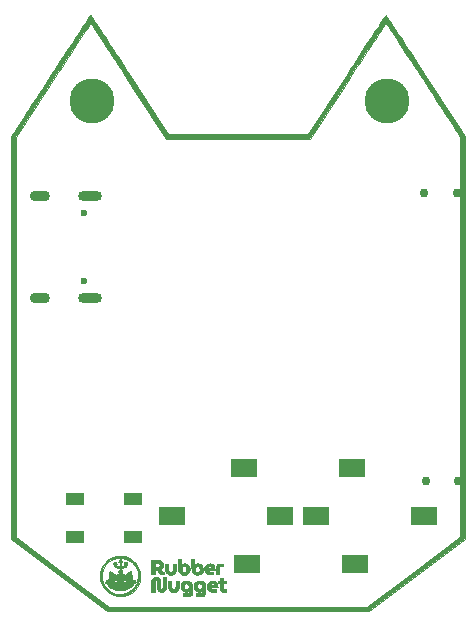
<source format=gbr>
%TF.GenerationSoftware,KiCad,Pcbnew,5.1.5+dfsg1-2build2*%
%TF.CreationDate,2022-05-20T22:28:17-07:00*%
%TF.ProjectId,v1.0-RubberNugget,76312e30-2d52-4756-9262-65724e756767,rev?*%
%TF.SameCoordinates,Original*%
%TF.FileFunction,Soldermask,Top*%
%TF.FilePolarity,Negative*%
%FSLAX46Y46*%
G04 Gerber Fmt 4.6, Leading zero omitted, Abs format (unit mm)*
G04 Created by KiCad (PCBNEW 5.1.5+dfsg1-2build2) date 2022-05-20 22:28:17*
%MOMM*%
%LPD*%
G04 APERTURE LIST*
%TA.AperFunction,Profile*%
%ADD10C,0.200000*%
%TD*%
%ADD11C,0.010000*%
%ADD12R,2.180000X1.600000*%
%ADD13C,3.800000*%
%ADD14C,0.600000*%
%ADD15O,1.700000X0.900000*%
%ADD16O,2.000000X0.900000*%
%ADD17C,0.750000*%
%ADD18R,1.500000X1.000000*%
G04 APERTURE END LIST*
D10*
X-19000000Y-17000000D02*
X-19000000Y17000000D01*
X-11000000Y-23000000D02*
X-19000000Y-17000000D01*
X11000000Y-23000000D02*
X-11000000Y-23000000D01*
X19000000Y-17000000D02*
X11000000Y-23000000D01*
X19000000Y17000000D02*
X19000000Y-17000000D01*
X12500000Y27000000D02*
X19000000Y17000000D01*
X6000000Y17000000D02*
X12500000Y27000000D01*
X-6000000Y17000000D02*
X6000000Y17000000D01*
X-12500000Y27000000D02*
X-6000000Y17000000D01*
X-19000000Y17000000D02*
X-12500000Y27000000D01*
D11*
%TO.C,Ref\002A\002A*%
G36*
X-12592561Y27249102D02*
G01*
X-12550415Y27187341D01*
X-12483038Y27086667D01*
X-12391642Y26948933D01*
X-12277437Y26775988D01*
X-12141635Y26569684D01*
X-11985446Y26331871D01*
X-11810083Y26064401D01*
X-11616756Y25769125D01*
X-11406676Y25447892D01*
X-11181055Y25102555D01*
X-10941104Y24734964D01*
X-10688034Y24346970D01*
X-10423056Y23940424D01*
X-10147381Y23517177D01*
X-9862221Y23079079D01*
X-9568787Y22627982D01*
X-9296504Y22209151D01*
X-6007308Y17148201D01*
X-111585Y17148201D01*
X5784138Y17148200D01*
X9072780Y22209150D01*
X9372625Y22670432D01*
X9665301Y23120378D01*
X9949597Y23557139D01*
X10224301Y23978864D01*
X10488202Y24383703D01*
X10740089Y24769806D01*
X10978751Y25135322D01*
X11202976Y25478402D01*
X11411553Y25797194D01*
X11603271Y26089850D01*
X11776919Y26354517D01*
X11931285Y26589347D01*
X12065159Y26792489D01*
X12177328Y26962092D01*
X12266582Y27096307D01*
X12331710Y27193283D01*
X12371500Y27251169D01*
X12384661Y27268316D01*
X12400419Y27247156D01*
X12442637Y27185227D01*
X12510109Y27084370D01*
X12601634Y26946424D01*
X12716006Y26773227D01*
X12852021Y26566620D01*
X13008477Y26328441D01*
X13184168Y26060531D01*
X13377891Y25764728D01*
X13588443Y25442871D01*
X13814619Y25096801D01*
X14055215Y24728356D01*
X14309027Y24339376D01*
X14574853Y23931700D01*
X14851487Y23507168D01*
X15137725Y23067618D01*
X15432365Y22614891D01*
X15734202Y22150825D01*
X15741650Y22139370D01*
X19075400Y17012209D01*
X19075400Y-17129201D01*
X15019829Y-20170800D01*
X10964258Y-23212400D01*
X-112221Y-23212179D01*
X-11188700Y-23211959D01*
X-15245069Y-20170529D01*
X-19301438Y-17129100D01*
X-19303994Y16893497D01*
X-18923001Y16893497D01*
X-18923001Y-21895D01*
X-18923000Y-16937287D01*
X-14979650Y-19896448D01*
X-11036300Y-22855608D01*
X-116425Y-22856204D01*
X10803451Y-22856800D01*
X14748925Y-19897670D01*
X18694399Y-16938541D01*
X18694400Y-20950D01*
X18694400Y16896641D01*
X18601793Y17041471D01*
X18553893Y17116030D01*
X18481727Y17227857D01*
X18386811Y17374621D01*
X18270662Y17553989D01*
X18134796Y17763630D01*
X17980728Y18001212D01*
X17809975Y18264404D01*
X17624052Y18550874D01*
X17424477Y18858291D01*
X17212765Y19184322D01*
X16990431Y19526636D01*
X16758993Y19882901D01*
X16519965Y20250786D01*
X16274865Y20627959D01*
X16025208Y21012088D01*
X15772510Y21400842D01*
X15518288Y21791889D01*
X15264057Y22182897D01*
X15011333Y22571534D01*
X14761633Y22955470D01*
X14516473Y23332372D01*
X14277368Y23699908D01*
X14045835Y24055748D01*
X13823390Y24397559D01*
X13611548Y24723009D01*
X13411827Y25029768D01*
X13225741Y25315502D01*
X13054808Y25577882D01*
X12900542Y25814574D01*
X12764461Y26023247D01*
X12648080Y26201571D01*
X12552915Y26347212D01*
X12480482Y26457839D01*
X12432298Y26531121D01*
X12409878Y26564726D01*
X12408465Y26566667D01*
X12400150Y26562985D01*
X12381811Y26543210D01*
X12352540Y26505965D01*
X12311429Y26449875D01*
X12257568Y26373567D01*
X12190050Y26275663D01*
X12107965Y26154790D01*
X12010406Y26009573D01*
X11896465Y25838635D01*
X11765231Y25640602D01*
X11615798Y25414100D01*
X11447257Y25157752D01*
X11258698Y24870183D01*
X11049215Y24550020D01*
X10817897Y24195885D01*
X10563837Y23806405D01*
X10286127Y23380205D01*
X9983857Y22915908D01*
X9656119Y22412140D01*
X9302006Y21867526D01*
X9182397Y21683517D01*
X5986942Y16767201D01*
X-6210300Y16767211D01*
X-9398000Y21671708D01*
X-9693188Y22125811D01*
X-9981131Y22568646D01*
X-10260602Y22998328D01*
X-10530372Y23412972D01*
X-10789212Y23810695D01*
X-11035894Y24189612D01*
X-11269189Y24547837D01*
X-11487869Y24883487D01*
X-11690704Y25194676D01*
X-11876467Y25479520D01*
X-12043928Y25736135D01*
X-12191860Y25962635D01*
X-12319033Y26157137D01*
X-12424219Y26317755D01*
X-12506190Y26442606D01*
X-12563716Y26529803D01*
X-12595569Y26577464D01*
X-12601897Y26586338D01*
X-12617039Y26566297D01*
X-12658595Y26505524D01*
X-12725331Y26405905D01*
X-12816013Y26269325D01*
X-12929407Y26097668D01*
X-13064279Y25892822D01*
X-13219395Y25656671D01*
X-13393521Y25391100D01*
X-13585422Y25097995D01*
X-13793866Y24779242D01*
X-14017618Y24436725D01*
X-14255443Y24072331D01*
X-14506109Y23687944D01*
X-14768381Y23285450D01*
X-15041024Y22866735D01*
X-15322806Y22433683D01*
X-15612492Y21988180D01*
X-15770547Y21744984D01*
X-18923001Y16893497D01*
X-19303994Y16893497D01*
X-19304000Y16970400D01*
X-19234150Y16971208D01*
X-19186966Y16973934D01*
X-19185527Y16986451D01*
X-19213022Y17008882D01*
X-19246106Y17046001D01*
X-19239339Y17091227D01*
X-19233767Y17103324D01*
X-19215351Y17134086D01*
X-19170901Y17204660D01*
X-19101885Y17312794D01*
X-19009769Y17456237D01*
X-18896021Y17632738D01*
X-18762108Y17840046D01*
X-18609497Y18075907D01*
X-18439656Y18338072D01*
X-18254052Y18624289D01*
X-18054152Y18932306D01*
X-17841423Y19259872D01*
X-17617332Y19604735D01*
X-17383348Y19964644D01*
X-17140936Y20337347D01*
X-16891565Y20720594D01*
X-16636701Y21112131D01*
X-16377812Y21509709D01*
X-16116365Y21911075D01*
X-15853827Y22313979D01*
X-15591666Y22716168D01*
X-15331348Y23115391D01*
X-15074341Y23509397D01*
X-14822113Y23895934D01*
X-14576129Y24272751D01*
X-14337859Y24637596D01*
X-14108768Y24988218D01*
X-13890325Y25322365D01*
X-13683995Y25637786D01*
X-13491248Y25932230D01*
X-13313549Y26203444D01*
X-13152366Y26449178D01*
X-13009167Y26667180D01*
X-12885418Y26855199D01*
X-12782587Y27010983D01*
X-12702141Y27132280D01*
X-12645547Y27216839D01*
X-12614273Y27262410D01*
X-12608265Y27270100D01*
X-12592561Y27249102D01*
G37*
X-12592561Y27249102D02*
X-12550415Y27187341D01*
X-12483038Y27086667D01*
X-12391642Y26948933D01*
X-12277437Y26775988D01*
X-12141635Y26569684D01*
X-11985446Y26331871D01*
X-11810083Y26064401D01*
X-11616756Y25769125D01*
X-11406676Y25447892D01*
X-11181055Y25102555D01*
X-10941104Y24734964D01*
X-10688034Y24346970D01*
X-10423056Y23940424D01*
X-10147381Y23517177D01*
X-9862221Y23079079D01*
X-9568787Y22627982D01*
X-9296504Y22209151D01*
X-6007308Y17148201D01*
X-111585Y17148201D01*
X5784138Y17148200D01*
X9072780Y22209150D01*
X9372625Y22670432D01*
X9665301Y23120378D01*
X9949597Y23557139D01*
X10224301Y23978864D01*
X10488202Y24383703D01*
X10740089Y24769806D01*
X10978751Y25135322D01*
X11202976Y25478402D01*
X11411553Y25797194D01*
X11603271Y26089850D01*
X11776919Y26354517D01*
X11931285Y26589347D01*
X12065159Y26792489D01*
X12177328Y26962092D01*
X12266582Y27096307D01*
X12331710Y27193283D01*
X12371500Y27251169D01*
X12384661Y27268316D01*
X12400419Y27247156D01*
X12442637Y27185227D01*
X12510109Y27084370D01*
X12601634Y26946424D01*
X12716006Y26773227D01*
X12852021Y26566620D01*
X13008477Y26328441D01*
X13184168Y26060531D01*
X13377891Y25764728D01*
X13588443Y25442871D01*
X13814619Y25096801D01*
X14055215Y24728356D01*
X14309027Y24339376D01*
X14574853Y23931700D01*
X14851487Y23507168D01*
X15137725Y23067618D01*
X15432365Y22614891D01*
X15734202Y22150825D01*
X15741650Y22139370D01*
X19075400Y17012209D01*
X19075400Y-17129201D01*
X15019829Y-20170800D01*
X10964258Y-23212400D01*
X-112221Y-23212179D01*
X-11188700Y-23211959D01*
X-15245069Y-20170529D01*
X-19301438Y-17129100D01*
X-19303994Y16893497D01*
X-18923001Y16893497D01*
X-18923001Y-21895D01*
X-18923000Y-16937287D01*
X-14979650Y-19896448D01*
X-11036300Y-22855608D01*
X-116425Y-22856204D01*
X10803451Y-22856800D01*
X14748925Y-19897670D01*
X18694399Y-16938541D01*
X18694400Y-20950D01*
X18694400Y16896641D01*
X18601793Y17041471D01*
X18553893Y17116030D01*
X18481727Y17227857D01*
X18386811Y17374621D01*
X18270662Y17553989D01*
X18134796Y17763630D01*
X17980728Y18001212D01*
X17809975Y18264404D01*
X17624052Y18550874D01*
X17424477Y18858291D01*
X17212765Y19184322D01*
X16990431Y19526636D01*
X16758993Y19882901D01*
X16519965Y20250786D01*
X16274865Y20627959D01*
X16025208Y21012088D01*
X15772510Y21400842D01*
X15518288Y21791889D01*
X15264057Y22182897D01*
X15011333Y22571534D01*
X14761633Y22955470D01*
X14516473Y23332372D01*
X14277368Y23699908D01*
X14045835Y24055748D01*
X13823390Y24397559D01*
X13611548Y24723009D01*
X13411827Y25029768D01*
X13225741Y25315502D01*
X13054808Y25577882D01*
X12900542Y25814574D01*
X12764461Y26023247D01*
X12648080Y26201571D01*
X12552915Y26347212D01*
X12480482Y26457839D01*
X12432298Y26531121D01*
X12409878Y26564726D01*
X12408465Y26566667D01*
X12400150Y26562985D01*
X12381811Y26543210D01*
X12352540Y26505965D01*
X12311429Y26449875D01*
X12257568Y26373567D01*
X12190050Y26275663D01*
X12107965Y26154790D01*
X12010406Y26009573D01*
X11896465Y25838635D01*
X11765231Y25640602D01*
X11615798Y25414100D01*
X11447257Y25157752D01*
X11258698Y24870183D01*
X11049215Y24550020D01*
X10817897Y24195885D01*
X10563837Y23806405D01*
X10286127Y23380205D01*
X9983857Y22915908D01*
X9656119Y22412140D01*
X9302006Y21867526D01*
X9182397Y21683517D01*
X5986942Y16767201D01*
X-6210300Y16767211D01*
X-9398000Y21671708D01*
X-9693188Y22125811D01*
X-9981131Y22568646D01*
X-10260602Y22998328D01*
X-10530372Y23412972D01*
X-10789212Y23810695D01*
X-11035894Y24189612D01*
X-11269189Y24547837D01*
X-11487869Y24883487D01*
X-11690704Y25194676D01*
X-11876467Y25479520D01*
X-12043928Y25736135D01*
X-12191860Y25962635D01*
X-12319033Y26157137D01*
X-12424219Y26317755D01*
X-12506190Y26442606D01*
X-12563716Y26529803D01*
X-12595569Y26577464D01*
X-12601897Y26586338D01*
X-12617039Y26566297D01*
X-12658595Y26505524D01*
X-12725331Y26405905D01*
X-12816013Y26269325D01*
X-12929407Y26097668D01*
X-13064279Y25892822D01*
X-13219395Y25656671D01*
X-13393521Y25391100D01*
X-13585422Y25097995D01*
X-13793866Y24779242D01*
X-14017618Y24436725D01*
X-14255443Y24072331D01*
X-14506109Y23687944D01*
X-14768381Y23285450D01*
X-15041024Y22866735D01*
X-15322806Y22433683D01*
X-15612492Y21988180D01*
X-15770547Y21744984D01*
X-18923001Y16893497D01*
X-19303994Y16893497D01*
X-19304000Y16970400D01*
X-19234150Y16971208D01*
X-19186966Y16973934D01*
X-19185527Y16986451D01*
X-19213022Y17008882D01*
X-19246106Y17046001D01*
X-19239339Y17091227D01*
X-19233767Y17103324D01*
X-19215351Y17134086D01*
X-19170901Y17204660D01*
X-19101885Y17312794D01*
X-19009769Y17456237D01*
X-18896021Y17632738D01*
X-18762108Y17840046D01*
X-18609497Y18075907D01*
X-18439656Y18338072D01*
X-18254052Y18624289D01*
X-18054152Y18932306D01*
X-17841423Y19259872D01*
X-17617332Y19604735D01*
X-17383348Y19964644D01*
X-17140936Y20337347D01*
X-16891565Y20720594D01*
X-16636701Y21112131D01*
X-16377812Y21509709D01*
X-16116365Y21911075D01*
X-15853827Y22313979D01*
X-15591666Y22716168D01*
X-15331348Y23115391D01*
X-15074341Y23509397D01*
X-14822113Y23895934D01*
X-14576129Y24272751D01*
X-14337859Y24637596D01*
X-14108768Y24988218D01*
X-13890325Y25322365D01*
X-13683995Y25637786D01*
X-13491248Y25932230D01*
X-13313549Y26203444D01*
X-13152366Y26449178D01*
X-13009167Y26667180D01*
X-12885418Y26855199D01*
X-12782587Y27010983D01*
X-12702141Y27132280D01*
X-12645547Y27216839D01*
X-12614273Y27262410D01*
X-12608265Y27270100D01*
X-12592561Y27249102D01*
G36*
X-9815641Y-18557798D02*
G01*
X-9717043Y-18575739D01*
X-9449053Y-18660375D01*
X-9202722Y-18787393D01*
X-8981786Y-18951723D01*
X-8789982Y-19148293D01*
X-8631047Y-19372032D01*
X-8508718Y-19617869D01*
X-8426731Y-19880734D01*
X-8388822Y-20155554D01*
X-8392156Y-20373758D01*
X-8440175Y-20662567D01*
X-8531771Y-20930902D01*
X-8662796Y-21175465D01*
X-8829102Y-21392959D01*
X-9026542Y-21580088D01*
X-9250967Y-21733555D01*
X-9498230Y-21850063D01*
X-9764183Y-21926315D01*
X-10044679Y-21959016D01*
X-10335569Y-21944867D01*
X-10363890Y-21940923D01*
X-10619461Y-21879113D01*
X-10869495Y-21773073D01*
X-11104647Y-21629082D01*
X-11315576Y-21453423D01*
X-11492939Y-21252377D01*
X-11577848Y-21124748D01*
X-11700836Y-20867002D01*
X-11778620Y-20592826D01*
X-11810894Y-20309551D01*
X-11807906Y-20246619D01*
X-11629960Y-20246619D01*
X-11625433Y-20424589D01*
X-11609396Y-20551377D01*
X-11544698Y-20771149D01*
X-11439029Y-20990654D01*
X-11300722Y-21197391D01*
X-11138110Y-21378857D01*
X-10964022Y-21519584D01*
X-10726957Y-21648169D01*
X-10471602Y-21734312D01*
X-10206593Y-21776719D01*
X-9940560Y-21774097D01*
X-9682139Y-21725153D01*
X-9652000Y-21716090D01*
X-9404543Y-21612657D01*
X-9178016Y-21466821D01*
X-8978509Y-21284670D01*
X-8812108Y-21072295D01*
X-8684901Y-20835782D01*
X-8633906Y-20697800D01*
X-8575158Y-20427987D01*
X-8565797Y-20159026D01*
X-8604582Y-19895905D01*
X-8690268Y-19643613D01*
X-8821612Y-19407140D01*
X-8997373Y-19191474D01*
X-9013280Y-19175304D01*
X-9221867Y-18993175D01*
X-9439025Y-18859036D01*
X-9671364Y-18770116D01*
X-9925494Y-18723641D01*
X-10111206Y-18714870D01*
X-10381845Y-18739154D01*
X-10639867Y-18809895D01*
X-10879907Y-18923291D01*
X-11096603Y-19075541D01*
X-11284590Y-19262846D01*
X-11438506Y-19481404D01*
X-11552986Y-19727413D01*
X-11557324Y-19739641D01*
X-11594669Y-19884861D01*
X-11619293Y-20060282D01*
X-11629960Y-20246619D01*
X-11807906Y-20246619D01*
X-11797357Y-20024507D01*
X-11737704Y-19745024D01*
X-11644913Y-19505503D01*
X-11495234Y-19248743D01*
X-11309710Y-19027924D01*
X-11088844Y-18843498D01*
X-10833141Y-18695920D01*
X-10668000Y-18626995D01*
X-10478219Y-18575601D01*
X-10260625Y-18546275D01*
X-10033629Y-18540010D01*
X-9815641Y-18557798D01*
G37*
X-9815641Y-18557798D02*
X-9717043Y-18575739D01*
X-9449053Y-18660375D01*
X-9202722Y-18787393D01*
X-8981786Y-18951723D01*
X-8789982Y-19148293D01*
X-8631047Y-19372032D01*
X-8508718Y-19617869D01*
X-8426731Y-19880734D01*
X-8388822Y-20155554D01*
X-8392156Y-20373758D01*
X-8440175Y-20662567D01*
X-8531771Y-20930902D01*
X-8662796Y-21175465D01*
X-8829102Y-21392959D01*
X-9026542Y-21580088D01*
X-9250967Y-21733555D01*
X-9498230Y-21850063D01*
X-9764183Y-21926315D01*
X-10044679Y-21959016D01*
X-10335569Y-21944867D01*
X-10363890Y-21940923D01*
X-10619461Y-21879113D01*
X-10869495Y-21773073D01*
X-11104647Y-21629082D01*
X-11315576Y-21453423D01*
X-11492939Y-21252377D01*
X-11577848Y-21124748D01*
X-11700836Y-20867002D01*
X-11778620Y-20592826D01*
X-11810894Y-20309551D01*
X-11807906Y-20246619D01*
X-11629960Y-20246619D01*
X-11625433Y-20424589D01*
X-11609396Y-20551377D01*
X-11544698Y-20771149D01*
X-11439029Y-20990654D01*
X-11300722Y-21197391D01*
X-11138110Y-21378857D01*
X-10964022Y-21519584D01*
X-10726957Y-21648169D01*
X-10471602Y-21734312D01*
X-10206593Y-21776719D01*
X-9940560Y-21774097D01*
X-9682139Y-21725153D01*
X-9652000Y-21716090D01*
X-9404543Y-21612657D01*
X-9178016Y-21466821D01*
X-8978509Y-21284670D01*
X-8812108Y-21072295D01*
X-8684901Y-20835782D01*
X-8633906Y-20697800D01*
X-8575158Y-20427987D01*
X-8565797Y-20159026D01*
X-8604582Y-19895905D01*
X-8690268Y-19643613D01*
X-8821612Y-19407140D01*
X-8997373Y-19191474D01*
X-9013280Y-19175304D01*
X-9221867Y-18993175D01*
X-9439025Y-18859036D01*
X-9671364Y-18770116D01*
X-9925494Y-18723641D01*
X-10111206Y-18714870D01*
X-10381845Y-18739154D01*
X-10639867Y-18809895D01*
X-10879907Y-18923291D01*
X-11096603Y-19075541D01*
X-11284590Y-19262846D01*
X-11438506Y-19481404D01*
X-11552986Y-19727413D01*
X-11557324Y-19739641D01*
X-11594669Y-19884861D01*
X-11619293Y-20060282D01*
X-11629960Y-20246619D01*
X-11807906Y-20246619D01*
X-11797357Y-20024507D01*
X-11737704Y-19745024D01*
X-11644913Y-19505503D01*
X-11495234Y-19248743D01*
X-11309710Y-19027924D01*
X-11088844Y-18843498D01*
X-10833141Y-18695920D01*
X-10668000Y-18626995D01*
X-10478219Y-18575601D01*
X-10260625Y-18546275D01*
X-10033629Y-18540010D01*
X-9815641Y-18557798D01*
G36*
X-4384067Y-20661599D02*
G01*
X-4308083Y-20669316D01*
X-4252875Y-20685881D01*
X-4203470Y-20714324D01*
X-4194391Y-20720687D01*
X-4131552Y-20773164D01*
X-4084758Y-20833813D01*
X-4051809Y-20910645D01*
X-4030507Y-21011670D01*
X-4018655Y-21144899D01*
X-4014053Y-21318342D01*
X-4013758Y-21378919D01*
X-4015367Y-21534372D01*
X-4020349Y-21663977D01*
X-4028226Y-21759907D01*
X-4038522Y-21814339D01*
X-4040645Y-21819220D01*
X-4085255Y-21870556D01*
X-4159442Y-21906973D01*
X-4268934Y-21929941D01*
X-4419455Y-21940929D01*
X-4520385Y-21942400D01*
X-4800600Y-21942400D01*
X-4800600Y-21715577D01*
X-4540250Y-21708338D01*
X-4279900Y-21701100D01*
X-4271894Y-21589143D01*
X-4263888Y-21477187D01*
X-4325331Y-21517445D01*
X-4445658Y-21568205D01*
X-4575181Y-21576206D01*
X-4702870Y-21545287D01*
X-4817696Y-21479291D01*
X-4908631Y-21382058D01*
X-4951443Y-21299396D01*
X-4978570Y-21166942D01*
X-4974530Y-21103772D01*
X-4699000Y-21103772D01*
X-4687951Y-21208144D01*
X-4650075Y-21279668D01*
X-4584700Y-21328869D01*
X-4520605Y-21353884D01*
X-4459107Y-21348383D01*
X-4393583Y-21319780D01*
X-4327238Y-21259510D01*
X-4292340Y-21172658D01*
X-4290122Y-21073479D01*
X-4321816Y-20976229D01*
X-4359268Y-20922900D01*
X-4425247Y-20884044D01*
X-4510730Y-20876727D01*
X-4595847Y-20900387D01*
X-4640213Y-20930827D01*
X-4680699Y-20984725D01*
X-4697388Y-21057334D01*
X-4699000Y-21103772D01*
X-4974530Y-21103772D01*
X-4969563Y-21026114D01*
X-4928353Y-20891664D01*
X-4858873Y-20778344D01*
X-4797210Y-20720687D01*
X-4747288Y-20689876D01*
X-4694160Y-20671469D01*
X-4622851Y-20662435D01*
X-4518388Y-20659744D01*
X-4495800Y-20659700D01*
X-4384067Y-20661599D01*
G37*
X-4384067Y-20661599D02*
X-4308083Y-20669316D01*
X-4252875Y-20685881D01*
X-4203470Y-20714324D01*
X-4194391Y-20720687D01*
X-4131552Y-20773164D01*
X-4084758Y-20833813D01*
X-4051809Y-20910645D01*
X-4030507Y-21011670D01*
X-4018655Y-21144899D01*
X-4014053Y-21318342D01*
X-4013758Y-21378919D01*
X-4015367Y-21534372D01*
X-4020349Y-21663977D01*
X-4028226Y-21759907D01*
X-4038522Y-21814339D01*
X-4040645Y-21819220D01*
X-4085255Y-21870556D01*
X-4159442Y-21906973D01*
X-4268934Y-21929941D01*
X-4419455Y-21940929D01*
X-4520385Y-21942400D01*
X-4800600Y-21942400D01*
X-4800600Y-21715577D01*
X-4540250Y-21708338D01*
X-4279900Y-21701100D01*
X-4271894Y-21589143D01*
X-4263888Y-21477187D01*
X-4325331Y-21517445D01*
X-4445658Y-21568205D01*
X-4575181Y-21576206D01*
X-4702870Y-21545287D01*
X-4817696Y-21479291D01*
X-4908631Y-21382058D01*
X-4951443Y-21299396D01*
X-4978570Y-21166942D01*
X-4974530Y-21103772D01*
X-4699000Y-21103772D01*
X-4687951Y-21208144D01*
X-4650075Y-21279668D01*
X-4584700Y-21328869D01*
X-4520605Y-21353884D01*
X-4459107Y-21348383D01*
X-4393583Y-21319780D01*
X-4327238Y-21259510D01*
X-4292340Y-21172658D01*
X-4290122Y-21073479D01*
X-4321816Y-20976229D01*
X-4359268Y-20922900D01*
X-4425247Y-20884044D01*
X-4510730Y-20876727D01*
X-4595847Y-20900387D01*
X-4640213Y-20930827D01*
X-4680699Y-20984725D01*
X-4697388Y-21057334D01*
X-4699000Y-21103772D01*
X-4974530Y-21103772D01*
X-4969563Y-21026114D01*
X-4928353Y-20891664D01*
X-4858873Y-20778344D01*
X-4797210Y-20720687D01*
X-4747288Y-20689876D01*
X-4694160Y-20671469D01*
X-4622851Y-20662435D01*
X-4518388Y-20659744D01*
X-4495800Y-20659700D01*
X-4384067Y-20661599D01*
G36*
X-3245621Y-20659162D02*
G01*
X-3123391Y-20695714D01*
X-3028947Y-20765979D01*
X-2954656Y-20873245D01*
X-2931438Y-20921212D01*
X-2915222Y-20969070D01*
X-2904769Y-21027036D01*
X-2898839Y-21105330D01*
X-2896196Y-21214170D01*
X-2895600Y-21360541D01*
X-2897273Y-21498959D01*
X-2901869Y-21623925D01*
X-2908756Y-21724384D01*
X-2917304Y-21789283D01*
X-2920839Y-21802275D01*
X-2956824Y-21858275D01*
X-3019753Y-21898546D01*
X-3115588Y-21924821D01*
X-3250292Y-21938834D01*
X-3402785Y-21942400D01*
X-3683000Y-21942400D01*
X-3683000Y-21713800D01*
X-3431718Y-21713800D01*
X-3308979Y-21712562D01*
X-3228246Y-21705581D01*
X-3180732Y-21687953D01*
X-3157649Y-21654778D01*
X-3150210Y-21601150D01*
X-3149600Y-21556401D01*
X-3149600Y-21479357D01*
X-3219450Y-21525819D01*
X-3314263Y-21563316D01*
X-3432252Y-21574172D01*
X-3553626Y-21558846D01*
X-3658591Y-21517796D01*
X-3662261Y-21515568D01*
X-3758343Y-21428401D01*
X-3822541Y-21312824D01*
X-3854606Y-21180174D01*
X-3854514Y-21139450D01*
X-3590717Y-21139450D01*
X-3561776Y-21231003D01*
X-3509400Y-21301741D01*
X-3485017Y-21318865D01*
X-3411212Y-21350951D01*
X-3349860Y-21350872D01*
X-3278417Y-21321039D01*
X-3222588Y-21282319D01*
X-3190779Y-21242762D01*
X-3174138Y-21148876D01*
X-3183993Y-21045343D01*
X-3217223Y-20957561D01*
X-3227644Y-20942525D01*
X-3298282Y-20887655D01*
X-3381912Y-20872958D01*
X-3465895Y-20894751D01*
X-3537589Y-20949348D01*
X-3584353Y-21033065D01*
X-3588377Y-21047664D01*
X-3590717Y-21139450D01*
X-3854514Y-21139450D01*
X-3854290Y-21041787D01*
X-3821347Y-20909001D01*
X-3755530Y-20793149D01*
X-3679610Y-20720687D01*
X-3620187Y-20686124D01*
X-3551144Y-20665610D01*
X-3455515Y-20654946D01*
X-3403600Y-20652405D01*
X-3245621Y-20659162D01*
G37*
X-3245621Y-20659162D02*
X-3123391Y-20695714D01*
X-3028947Y-20765979D01*
X-2954656Y-20873245D01*
X-2931438Y-20921212D01*
X-2915222Y-20969070D01*
X-2904769Y-21027036D01*
X-2898839Y-21105330D01*
X-2896196Y-21214170D01*
X-2895600Y-21360541D01*
X-2897273Y-21498959D01*
X-2901869Y-21623925D01*
X-2908756Y-21724384D01*
X-2917304Y-21789283D01*
X-2920839Y-21802275D01*
X-2956824Y-21858275D01*
X-3019753Y-21898546D01*
X-3115588Y-21924821D01*
X-3250292Y-21938834D01*
X-3402785Y-21942400D01*
X-3683000Y-21942400D01*
X-3683000Y-21713800D01*
X-3431718Y-21713800D01*
X-3308979Y-21712562D01*
X-3228246Y-21705581D01*
X-3180732Y-21687953D01*
X-3157649Y-21654778D01*
X-3150210Y-21601150D01*
X-3149600Y-21556401D01*
X-3149600Y-21479357D01*
X-3219450Y-21525819D01*
X-3314263Y-21563316D01*
X-3432252Y-21574172D01*
X-3553626Y-21558846D01*
X-3658591Y-21517796D01*
X-3662261Y-21515568D01*
X-3758343Y-21428401D01*
X-3822541Y-21312824D01*
X-3854606Y-21180174D01*
X-3854514Y-21139450D01*
X-3590717Y-21139450D01*
X-3561776Y-21231003D01*
X-3509400Y-21301741D01*
X-3485017Y-21318865D01*
X-3411212Y-21350951D01*
X-3349860Y-21350872D01*
X-3278417Y-21321039D01*
X-3222588Y-21282319D01*
X-3190779Y-21242762D01*
X-3174138Y-21148876D01*
X-3183993Y-21045343D01*
X-3217223Y-20957561D01*
X-3227644Y-20942525D01*
X-3298282Y-20887655D01*
X-3381912Y-20872958D01*
X-3465895Y-20894751D01*
X-3537589Y-20949348D01*
X-3584353Y-21033065D01*
X-3588377Y-21047664D01*
X-3590717Y-21139450D01*
X-3854514Y-21139450D01*
X-3854290Y-21041787D01*
X-3821347Y-20909001D01*
X-3755530Y-20793149D01*
X-3679610Y-20720687D01*
X-3620187Y-20686124D01*
X-3551144Y-20665610D01*
X-3455515Y-20654946D01*
X-3403600Y-20652405D01*
X-3245621Y-20659162D01*
G36*
X-6974550Y-20320320D02*
G01*
X-6876129Y-20368555D01*
X-6786685Y-20458144D01*
X-6770670Y-20478942D01*
X-6749924Y-20512077D01*
X-6734761Y-20553314D01*
X-6723887Y-20611664D01*
X-6716009Y-20696136D01*
X-6709830Y-20815742D01*
X-6705600Y-20931900D01*
X-6699812Y-21082996D01*
X-6693373Y-21191016D01*
X-6685234Y-21263682D01*
X-6674345Y-21308718D01*
X-6659659Y-21333847D01*
X-6649937Y-21341759D01*
X-6606351Y-21353203D01*
X-6558353Y-21324717D01*
X-6554687Y-21321445D01*
X-6536387Y-21302079D01*
X-6522932Y-21276969D01*
X-6513580Y-21238663D01*
X-6507592Y-21179712D01*
X-6504226Y-21092666D01*
X-6502743Y-20970074D01*
X-6502401Y-20804486D01*
X-6502400Y-20795463D01*
X-6502400Y-20316800D01*
X-6223000Y-20316800D01*
X-6223142Y-20780350D01*
X-6224593Y-20935725D01*
X-6228529Y-21079735D01*
X-6234474Y-21202140D01*
X-6241947Y-21292706D01*
X-6249159Y-21337060D01*
X-6286726Y-21415742D01*
X-6347782Y-21493008D01*
X-6364201Y-21508510D01*
X-6424671Y-21555104D01*
X-6482826Y-21578550D01*
X-6561035Y-21586312D01*
X-6598534Y-21586705D01*
X-6732213Y-21573622D01*
X-6825017Y-21537028D01*
X-6883441Y-21495429D01*
X-6925920Y-21446954D01*
X-6954882Y-21383156D01*
X-6972754Y-21295587D01*
X-6981964Y-21175799D01*
X-6984940Y-21015344D01*
X-6985000Y-20980275D01*
X-6986014Y-20832490D01*
X-6989604Y-20727332D01*
X-6996593Y-20656657D01*
X-7007805Y-20612322D01*
X-7024061Y-20586183D01*
X-7024915Y-20585314D01*
X-7070120Y-20553025D01*
X-7096035Y-20545400D01*
X-7126487Y-20549994D01*
X-7149471Y-20567860D01*
X-7166010Y-20605119D01*
X-7177128Y-20667892D01*
X-7183848Y-20762301D01*
X-7187195Y-20894467D01*
X-7188190Y-21070513D01*
X-7188200Y-21096580D01*
X-7188200Y-21586800D01*
X-7467600Y-21586800D01*
X-7467506Y-21072450D01*
X-7467072Y-20895598D01*
X-7465423Y-20761933D01*
X-7461926Y-20663845D01*
X-7455945Y-20593724D01*
X-7446849Y-20543959D01*
X-7434002Y-20506941D01*
X-7417918Y-20476930D01*
X-7338242Y-20380220D01*
X-7238101Y-20324941D01*
X-7107930Y-20306010D01*
X-7096100Y-20305914D01*
X-6974550Y-20320320D01*
G37*
X-6974550Y-20320320D02*
X-6876129Y-20368555D01*
X-6786685Y-20458144D01*
X-6770670Y-20478942D01*
X-6749924Y-20512077D01*
X-6734761Y-20553314D01*
X-6723887Y-20611664D01*
X-6716009Y-20696136D01*
X-6709830Y-20815742D01*
X-6705600Y-20931900D01*
X-6699812Y-21082996D01*
X-6693373Y-21191016D01*
X-6685234Y-21263682D01*
X-6674345Y-21308718D01*
X-6659659Y-21333847D01*
X-6649937Y-21341759D01*
X-6606351Y-21353203D01*
X-6558353Y-21324717D01*
X-6554687Y-21321445D01*
X-6536387Y-21302079D01*
X-6522932Y-21276969D01*
X-6513580Y-21238663D01*
X-6507592Y-21179712D01*
X-6504226Y-21092666D01*
X-6502743Y-20970074D01*
X-6502401Y-20804486D01*
X-6502400Y-20795463D01*
X-6502400Y-20316800D01*
X-6223000Y-20316800D01*
X-6223142Y-20780350D01*
X-6224593Y-20935725D01*
X-6228529Y-21079735D01*
X-6234474Y-21202140D01*
X-6241947Y-21292706D01*
X-6249159Y-21337060D01*
X-6286726Y-21415742D01*
X-6347782Y-21493008D01*
X-6364201Y-21508510D01*
X-6424671Y-21555104D01*
X-6482826Y-21578550D01*
X-6561035Y-21586312D01*
X-6598534Y-21586705D01*
X-6732213Y-21573622D01*
X-6825017Y-21537028D01*
X-6883441Y-21495429D01*
X-6925920Y-21446954D01*
X-6954882Y-21383156D01*
X-6972754Y-21295587D01*
X-6981964Y-21175799D01*
X-6984940Y-21015344D01*
X-6985000Y-20980275D01*
X-6986014Y-20832490D01*
X-6989604Y-20727332D01*
X-6996593Y-20656657D01*
X-7007805Y-20612322D01*
X-7024061Y-20586183D01*
X-7024915Y-20585314D01*
X-7070120Y-20553025D01*
X-7096035Y-20545400D01*
X-7126487Y-20549994D01*
X-7149471Y-20567860D01*
X-7166010Y-20605119D01*
X-7177128Y-20667892D01*
X-7183848Y-20762301D01*
X-7187195Y-20894467D01*
X-7188190Y-21070513D01*
X-7188200Y-21096580D01*
X-7188200Y-21586800D01*
X-7467600Y-21586800D01*
X-7467506Y-21072450D01*
X-7467072Y-20895598D01*
X-7465423Y-20761933D01*
X-7461926Y-20663845D01*
X-7455945Y-20593724D01*
X-7446849Y-20543959D01*
X-7434002Y-20506941D01*
X-7417918Y-20476930D01*
X-7338242Y-20380220D01*
X-7238101Y-20324941D01*
X-7107930Y-20306010D01*
X-7096100Y-20305914D01*
X-6974550Y-20320320D01*
G36*
X-5765800Y-20951800D02*
G01*
X-5764944Y-21083509D01*
X-5761428Y-21174383D01*
X-5753831Y-21234370D01*
X-5740731Y-21273420D01*
X-5720707Y-21301482D01*
X-5715000Y-21307400D01*
X-5639799Y-21349732D01*
X-5549778Y-21353053D01*
X-5466652Y-21318659D01*
X-5443093Y-21299092D01*
X-5427188Y-21273179D01*
X-5417441Y-21231507D01*
X-5412360Y-21164665D01*
X-5410451Y-21063243D01*
X-5410200Y-20963059D01*
X-5410200Y-20647000D01*
X-5126865Y-20647000D01*
X-5135183Y-20988139D01*
X-5139509Y-21130185D01*
X-5145377Y-21231261D01*
X-5154251Y-21301195D01*
X-5167594Y-21349817D01*
X-5186869Y-21386956D01*
X-5196636Y-21400889D01*
X-5289045Y-21500179D01*
X-5394764Y-21559452D01*
X-5526614Y-21584796D01*
X-5588000Y-21586800D01*
X-5695420Y-21582435D01*
X-5771308Y-21566532D01*
X-5834402Y-21534880D01*
X-5842259Y-21529650D01*
X-5913586Y-21477126D01*
X-5964747Y-21425443D01*
X-5999364Y-21364748D01*
X-6021059Y-21285187D01*
X-6033456Y-21176906D01*
X-6040175Y-21030051D01*
X-6041343Y-20988079D01*
X-6050185Y-20647000D01*
X-5765800Y-20647000D01*
X-5765800Y-20951800D01*
G37*
X-5765800Y-20951800D02*
X-5764944Y-21083509D01*
X-5761428Y-21174383D01*
X-5753831Y-21234370D01*
X-5740731Y-21273420D01*
X-5720707Y-21301482D01*
X-5715000Y-21307400D01*
X-5639799Y-21349732D01*
X-5549778Y-21353053D01*
X-5466652Y-21318659D01*
X-5443093Y-21299092D01*
X-5427188Y-21273179D01*
X-5417441Y-21231507D01*
X-5412360Y-21164665D01*
X-5410451Y-21063243D01*
X-5410200Y-20963059D01*
X-5410200Y-20647000D01*
X-5126865Y-20647000D01*
X-5135183Y-20988139D01*
X-5139509Y-21130185D01*
X-5145377Y-21231261D01*
X-5154251Y-21301195D01*
X-5167594Y-21349817D01*
X-5186869Y-21386956D01*
X-5196636Y-21400889D01*
X-5289045Y-21500179D01*
X-5394764Y-21559452D01*
X-5526614Y-21584796D01*
X-5588000Y-21586800D01*
X-5695420Y-21582435D01*
X-5771308Y-21566532D01*
X-5834402Y-21534880D01*
X-5842259Y-21529650D01*
X-5913586Y-21477126D01*
X-5964747Y-21425443D01*
X-5999364Y-21364748D01*
X-6021059Y-21285187D01*
X-6033456Y-21176906D01*
X-6040175Y-21030051D01*
X-6041343Y-20988079D01*
X-6050185Y-20647000D01*
X-5765800Y-20647000D01*
X-5765800Y-20951800D01*
G36*
X-2131015Y-20662594D02*
G01*
X-2014049Y-20718553D01*
X-1930112Y-20812582D01*
X-1878115Y-20945742D01*
X-1860788Y-21055345D01*
X-1847145Y-21205800D01*
X-2154676Y-21205800D01*
X-2288937Y-21206986D01*
X-2378726Y-21211003D01*
X-2430327Y-21218540D01*
X-2450023Y-21230282D01*
X-2449813Y-21238096D01*
X-2402197Y-21291713D01*
X-2307055Y-21329520D01*
X-2165237Y-21351200D01*
X-2139950Y-21353045D01*
X-1955800Y-21364880D01*
X-1955800Y-21586800D01*
X-2127250Y-21584200D01*
X-2229446Y-21579958D01*
X-2322927Y-21571539D01*
X-2378958Y-21562476D01*
X-2525642Y-21504641D01*
X-2637443Y-21411777D01*
X-2710742Y-21288391D01*
X-2741921Y-21138990D01*
X-2742783Y-21109288D01*
X-2729356Y-21000515D01*
X-2457730Y-21000515D01*
X-2425993Y-21019823D01*
X-2348861Y-21027355D01*
X-2298700Y-21028000D01*
X-2201731Y-21024595D01*
X-2148823Y-21013531D01*
X-2133600Y-20994754D01*
X-2156439Y-20932709D01*
X-2214995Y-20881885D01*
X-2265672Y-20861857D01*
X-2325719Y-20859925D01*
X-2380941Y-20892994D01*
X-2399022Y-20910112D01*
X-2447572Y-20965316D01*
X-2457730Y-21000515D01*
X-2729356Y-21000515D01*
X-2722887Y-20948112D01*
X-2663947Y-20818171D01*
X-2568722Y-20722254D01*
X-2439973Y-20663150D01*
X-2282097Y-20643640D01*
X-2131015Y-20662594D01*
G37*
X-2131015Y-20662594D02*
X-2014049Y-20718553D01*
X-1930112Y-20812582D01*
X-1878115Y-20945742D01*
X-1860788Y-21055345D01*
X-1847145Y-21205800D01*
X-2154676Y-21205800D01*
X-2288937Y-21206986D01*
X-2378726Y-21211003D01*
X-2430327Y-21218540D01*
X-2450023Y-21230282D01*
X-2449813Y-21238096D01*
X-2402197Y-21291713D01*
X-2307055Y-21329520D01*
X-2165237Y-21351200D01*
X-2139950Y-21353045D01*
X-1955800Y-21364880D01*
X-1955800Y-21586800D01*
X-2127250Y-21584200D01*
X-2229446Y-21579958D01*
X-2322927Y-21571539D01*
X-2378958Y-21562476D01*
X-2525642Y-21504641D01*
X-2637443Y-21411777D01*
X-2710742Y-21288391D01*
X-2741921Y-21138990D01*
X-2742783Y-21109288D01*
X-2729356Y-21000515D01*
X-2457730Y-21000515D01*
X-2425993Y-21019823D01*
X-2348861Y-21027355D01*
X-2298700Y-21028000D01*
X-2201731Y-21024595D01*
X-2148823Y-21013531D01*
X-2133600Y-20994754D01*
X-2156439Y-20932709D01*
X-2214995Y-20881885D01*
X-2265672Y-20861857D01*
X-2325719Y-20859925D01*
X-2380941Y-20892994D01*
X-2399022Y-20910112D01*
X-2447572Y-20965316D01*
X-2457730Y-21000515D01*
X-2729356Y-21000515D01*
X-2722887Y-20948112D01*
X-2663947Y-20818171D01*
X-2568722Y-20722254D01*
X-2439973Y-20663150D01*
X-2282097Y-20643640D01*
X-2131015Y-20662594D01*
G36*
X-1517650Y-20423422D02*
G01*
X-1384300Y-20431100D01*
X-1368680Y-20647000D01*
X-1143000Y-20647000D01*
X-1143000Y-20875600D01*
X-1373507Y-20875600D01*
X-1366204Y-21110550D01*
X-1358900Y-21345500D01*
X-1143000Y-21361120D01*
X-1143000Y-21586800D01*
X-1289050Y-21586221D01*
X-1386000Y-21578949D01*
X-1474954Y-21560964D01*
X-1514274Y-21546584D01*
X-1571312Y-21509674D01*
X-1610528Y-21458925D01*
X-1634898Y-21385238D01*
X-1647396Y-21279514D01*
X-1650999Y-21132652D01*
X-1651000Y-21128404D01*
X-1651000Y-20875600D01*
X-1727200Y-20875600D01*
X-1774057Y-20872286D01*
X-1796250Y-20853155D01*
X-1802970Y-20804420D01*
X-1803400Y-20761300D01*
X-1801192Y-20691015D01*
X-1788438Y-20657725D01*
X-1755948Y-20647646D01*
X-1727200Y-20647000D01*
X-1680538Y-20643749D01*
X-1658306Y-20624856D01*
X-1651471Y-20576611D01*
X-1651000Y-20531372D01*
X-1651000Y-20415745D01*
X-1517650Y-20423422D01*
G37*
X-1517650Y-20423422D02*
X-1384300Y-20431100D01*
X-1368680Y-20647000D01*
X-1143000Y-20647000D01*
X-1143000Y-20875600D01*
X-1373507Y-20875600D01*
X-1366204Y-21110550D01*
X-1358900Y-21345500D01*
X-1143000Y-21361120D01*
X-1143000Y-21586800D01*
X-1289050Y-21586221D01*
X-1386000Y-21578949D01*
X-1474954Y-21560964D01*
X-1514274Y-21546584D01*
X-1571312Y-21509674D01*
X-1610528Y-21458925D01*
X-1634898Y-21385238D01*
X-1647396Y-21279514D01*
X-1650999Y-21132652D01*
X-1651000Y-21128404D01*
X-1651000Y-20875600D01*
X-1727200Y-20875600D01*
X-1774057Y-20872286D01*
X-1796250Y-20853155D01*
X-1802970Y-20804420D01*
X-1803400Y-20761300D01*
X-1801192Y-20691015D01*
X-1788438Y-20657725D01*
X-1755948Y-20647646D01*
X-1727200Y-20647000D01*
X-1680538Y-20643749D01*
X-1658306Y-20624856D01*
X-1651471Y-20576611D01*
X-1651000Y-20531372D01*
X-1651000Y-20415745D01*
X-1517650Y-20423422D01*
G36*
X-6019800Y-19492454D02*
G01*
X-6019161Y-19619514D01*
X-6016002Y-19706393D01*
X-6008461Y-19763704D01*
X-5994680Y-19802060D01*
X-5972796Y-19832077D01*
X-5957455Y-19848054D01*
X-5895551Y-19891370D01*
X-5831602Y-19910363D01*
X-5829300Y-19910400D01*
X-5765968Y-19892790D01*
X-5703330Y-19850200D01*
X-5701146Y-19848054D01*
X-5674269Y-19818169D01*
X-5656471Y-19785509D01*
X-5645889Y-19739462D01*
X-5640665Y-19669413D01*
X-5638936Y-19564748D01*
X-5638800Y-19492454D01*
X-5638800Y-19199200D01*
X-5384800Y-19199200D01*
X-5384800Y-19523446D01*
X-5386089Y-19667043D01*
X-5390762Y-19770482D01*
X-5400026Y-19844356D01*
X-5415092Y-19899261D01*
X-5431895Y-19936196D01*
X-5513529Y-20037475D01*
X-5630321Y-20104967D01*
X-5777442Y-20136218D01*
X-5829300Y-20138164D01*
X-5952315Y-20128851D01*
X-6050046Y-20097509D01*
X-6080656Y-20081432D01*
X-6152963Y-20032595D01*
X-6205167Y-19975826D01*
X-6240308Y-19902344D01*
X-6261424Y-19803367D01*
X-6271555Y-19670115D01*
X-6273800Y-19523446D01*
X-6273800Y-19199200D01*
X-6019800Y-19199200D01*
X-6019800Y-19492454D01*
G37*
X-6019800Y-19492454D02*
X-6019161Y-19619514D01*
X-6016002Y-19706393D01*
X-6008461Y-19763704D01*
X-5994680Y-19802060D01*
X-5972796Y-19832077D01*
X-5957455Y-19848054D01*
X-5895551Y-19891370D01*
X-5831602Y-19910363D01*
X-5829300Y-19910400D01*
X-5765968Y-19892790D01*
X-5703330Y-19850200D01*
X-5701146Y-19848054D01*
X-5674269Y-19818169D01*
X-5656471Y-19785509D01*
X-5645889Y-19739462D01*
X-5640665Y-19669413D01*
X-5638936Y-19564748D01*
X-5638800Y-19492454D01*
X-5638800Y-19199200D01*
X-5384800Y-19199200D01*
X-5384800Y-19523446D01*
X-5386089Y-19667043D01*
X-5390762Y-19770482D01*
X-5400026Y-19844356D01*
X-5415092Y-19899261D01*
X-5431895Y-19936196D01*
X-5513529Y-20037475D01*
X-5630321Y-20104967D01*
X-5777442Y-20136218D01*
X-5829300Y-20138164D01*
X-5952315Y-20128851D01*
X-6050046Y-20097509D01*
X-6080656Y-20081432D01*
X-6152963Y-20032595D01*
X-6205167Y-19975826D01*
X-6240308Y-19902344D01*
X-6261424Y-19803367D01*
X-6271555Y-19670115D01*
X-6273800Y-19523446D01*
X-6273800Y-19199200D01*
X-6019800Y-19199200D01*
X-6019800Y-19492454D01*
G36*
X-4927600Y-19048916D02*
G01*
X-4925676Y-19148673D01*
X-4920516Y-19224461D01*
X-4913038Y-19265630D01*
X-4908550Y-19269827D01*
X-4761534Y-19206456D01*
X-4636145Y-19182118D01*
X-4521997Y-19196399D01*
X-4408707Y-19248886D01*
X-4407106Y-19249873D01*
X-4312000Y-19336354D01*
X-4249184Y-19450896D01*
X-4218305Y-19582637D01*
X-4219008Y-19720715D01*
X-4250940Y-19854268D01*
X-4313747Y-19972434D01*
X-4407074Y-20064352D01*
X-4434206Y-20081432D01*
X-4540532Y-20120382D01*
X-4670885Y-20137723D01*
X-4802858Y-20132440D01*
X-4914042Y-20103523D01*
X-4914900Y-20103144D01*
X-5028392Y-20025507D01*
X-5116886Y-19906960D01*
X-5142288Y-19853719D01*
X-5157237Y-19806127D01*
X-5168108Y-19740499D01*
X-5173470Y-19673679D01*
X-4902200Y-19673679D01*
X-4892472Y-19763469D01*
X-4857745Y-19828523D01*
X-4839855Y-19848054D01*
X-4764394Y-19895799D01*
X-4677938Y-19910576D01*
X-4598766Y-19891310D01*
X-4563555Y-19864300D01*
X-4504813Y-19769837D01*
X-4482604Y-19666078D01*
X-4495835Y-19565988D01*
X-4543416Y-19482531D01*
X-4599297Y-19439519D01*
X-4693475Y-19414225D01*
X-4778649Y-19433632D01*
X-4846944Y-19491650D01*
X-4890484Y-19582193D01*
X-4902200Y-19673679D01*
X-5173470Y-19673679D01*
X-5175424Y-19649334D01*
X-5179706Y-19525130D01*
X-5181477Y-19360389D01*
X-5181600Y-19288915D01*
X-5181600Y-18818200D01*
X-4927600Y-18818200D01*
X-4927600Y-19048916D01*
G37*
X-4927600Y-19048916D02*
X-4925676Y-19148673D01*
X-4920516Y-19224461D01*
X-4913038Y-19265630D01*
X-4908550Y-19269827D01*
X-4761534Y-19206456D01*
X-4636145Y-19182118D01*
X-4521997Y-19196399D01*
X-4408707Y-19248886D01*
X-4407106Y-19249873D01*
X-4312000Y-19336354D01*
X-4249184Y-19450896D01*
X-4218305Y-19582637D01*
X-4219008Y-19720715D01*
X-4250940Y-19854268D01*
X-4313747Y-19972434D01*
X-4407074Y-20064352D01*
X-4434206Y-20081432D01*
X-4540532Y-20120382D01*
X-4670885Y-20137723D01*
X-4802858Y-20132440D01*
X-4914042Y-20103523D01*
X-4914900Y-20103144D01*
X-5028392Y-20025507D01*
X-5116886Y-19906960D01*
X-5142288Y-19853719D01*
X-5157237Y-19806127D01*
X-5168108Y-19740499D01*
X-5173470Y-19673679D01*
X-4902200Y-19673679D01*
X-4892472Y-19763469D01*
X-4857745Y-19828523D01*
X-4839855Y-19848054D01*
X-4764394Y-19895799D01*
X-4677938Y-19910576D01*
X-4598766Y-19891310D01*
X-4563555Y-19864300D01*
X-4504813Y-19769837D01*
X-4482604Y-19666078D01*
X-4495835Y-19565988D01*
X-4543416Y-19482531D01*
X-4599297Y-19439519D01*
X-4693475Y-19414225D01*
X-4778649Y-19433632D01*
X-4846944Y-19491650D01*
X-4890484Y-19582193D01*
X-4902200Y-19673679D01*
X-5173470Y-19673679D01*
X-5175424Y-19649334D01*
X-5179706Y-19525130D01*
X-5181477Y-19360389D01*
X-5181600Y-19288915D01*
X-5181600Y-18818200D01*
X-4927600Y-18818200D01*
X-4927600Y-19048916D01*
G36*
X-3810000Y-19272543D02*
G01*
X-3692284Y-19220471D01*
X-3553310Y-19182870D01*
X-3421946Y-19191290D01*
X-3304681Y-19240964D01*
X-3208003Y-19327128D01*
X-3138402Y-19445014D01*
X-3102366Y-19589856D01*
X-3098800Y-19656400D01*
X-3119601Y-19819300D01*
X-3179698Y-19952434D01*
X-3275639Y-20052277D01*
X-3403969Y-20115307D01*
X-3561235Y-20137999D01*
X-3570932Y-20138005D01*
X-3667945Y-20131604D01*
X-3756088Y-20116228D01*
X-3797300Y-20102999D01*
X-3899906Y-20034050D01*
X-3986529Y-19933707D01*
X-4035144Y-19836759D01*
X-4045875Y-19777652D01*
X-4054456Y-19675088D01*
X-4054994Y-19662735D01*
X-3787767Y-19662735D01*
X-3774071Y-19761857D01*
X-3723733Y-19846514D01*
X-3720743Y-19849566D01*
X-3638763Y-19899869D01*
X-3547818Y-19906498D01*
X-3462896Y-19870545D01*
X-3420094Y-19827688D01*
X-3376463Y-19737236D01*
X-3368292Y-19642241D01*
X-3390278Y-19552516D01*
X-3437116Y-19477878D01*
X-3503504Y-19428141D01*
X-3584138Y-19413120D01*
X-3637667Y-19425049D01*
X-3716698Y-19479685D01*
X-3767687Y-19563796D01*
X-3787767Y-19662735D01*
X-4054994Y-19662735D01*
X-4060505Y-19536379D01*
X-4063641Y-19368836D01*
X-4064000Y-19284309D01*
X-4064000Y-18818200D01*
X-3810000Y-18818200D01*
X-3810000Y-19272543D01*
G37*
X-3810000Y-19272543D02*
X-3692284Y-19220471D01*
X-3553310Y-19182870D01*
X-3421946Y-19191290D01*
X-3304681Y-19240964D01*
X-3208003Y-19327128D01*
X-3138402Y-19445014D01*
X-3102366Y-19589856D01*
X-3098800Y-19656400D01*
X-3119601Y-19819300D01*
X-3179698Y-19952434D01*
X-3275639Y-20052277D01*
X-3403969Y-20115307D01*
X-3561235Y-20137999D01*
X-3570932Y-20138005D01*
X-3667945Y-20131604D01*
X-3756088Y-20116228D01*
X-3797300Y-20102999D01*
X-3899906Y-20034050D01*
X-3986529Y-19933707D01*
X-4035144Y-19836759D01*
X-4045875Y-19777652D01*
X-4054456Y-19675088D01*
X-4054994Y-19662735D01*
X-3787767Y-19662735D01*
X-3774071Y-19761857D01*
X-3723733Y-19846514D01*
X-3720743Y-19849566D01*
X-3638763Y-19899869D01*
X-3547818Y-19906498D01*
X-3462896Y-19870545D01*
X-3420094Y-19827688D01*
X-3376463Y-19737236D01*
X-3368292Y-19642241D01*
X-3390278Y-19552516D01*
X-3437116Y-19477878D01*
X-3503504Y-19428141D01*
X-3584138Y-19413120D01*
X-3637667Y-19425049D01*
X-3716698Y-19479685D01*
X-3767687Y-19563796D01*
X-3787767Y-19662735D01*
X-4054994Y-19662735D01*
X-4060505Y-19536379D01*
X-4063641Y-19368836D01*
X-4064000Y-19284309D01*
X-4064000Y-18818200D01*
X-3810000Y-18818200D01*
X-3810000Y-19272543D01*
G36*
X-6957593Y-18872121D02*
G01*
X-6826608Y-18881622D01*
X-6741212Y-18897708D01*
X-6723835Y-18903971D01*
X-6607370Y-18978505D01*
X-6523548Y-19082128D01*
X-6474515Y-19204399D01*
X-6462413Y-19334880D01*
X-6489386Y-19463131D01*
X-6557578Y-19578712D01*
X-6580222Y-19603313D01*
X-6656804Y-19679896D01*
X-6604486Y-19782448D01*
X-6564705Y-19848450D01*
X-6524955Y-19878479D01*
X-6476484Y-19885000D01*
X-6429942Y-19888357D01*
X-6407898Y-19907619D01*
X-6401225Y-19956568D01*
X-6400800Y-19999300D01*
X-6400800Y-20113600D01*
X-6537075Y-20113600D01*
X-6642428Y-20104121D01*
X-6723969Y-20070411D01*
X-6792780Y-20004554D01*
X-6859940Y-19898637D01*
X-6873397Y-19873390D01*
X-6914979Y-19796690D01*
X-6947420Y-19754619D01*
X-6985081Y-19736770D01*
X-7042321Y-19732734D01*
X-7067550Y-19732660D01*
X-7188200Y-19732600D01*
X-7188200Y-20113600D01*
X-7467600Y-20113600D01*
X-7467600Y-19123000D01*
X-7188200Y-19123000D01*
X-7188200Y-19509917D01*
X-7019678Y-19499187D01*
X-6923504Y-19490259D01*
X-6861799Y-19474776D01*
X-6818240Y-19446984D01*
X-6791078Y-19418611D01*
X-6740929Y-19338136D01*
X-6739491Y-19265033D01*
X-6786833Y-19192018D01*
X-6793346Y-19185345D01*
X-6835706Y-19150431D01*
X-6885087Y-19131480D01*
X-6958179Y-19123940D01*
X-7021946Y-19123000D01*
X-7188200Y-19123000D01*
X-7467600Y-19123000D01*
X-7467600Y-18869000D01*
X-7136585Y-18869000D01*
X-6957593Y-18872121D01*
G37*
X-6957593Y-18872121D02*
X-6826608Y-18881622D01*
X-6741212Y-18897708D01*
X-6723835Y-18903971D01*
X-6607370Y-18978505D01*
X-6523548Y-19082128D01*
X-6474515Y-19204399D01*
X-6462413Y-19334880D01*
X-6489386Y-19463131D01*
X-6557578Y-19578712D01*
X-6580222Y-19603313D01*
X-6656804Y-19679896D01*
X-6604486Y-19782448D01*
X-6564705Y-19848450D01*
X-6524955Y-19878479D01*
X-6476484Y-19885000D01*
X-6429942Y-19888357D01*
X-6407898Y-19907619D01*
X-6401225Y-19956568D01*
X-6400800Y-19999300D01*
X-6400800Y-20113600D01*
X-6537075Y-20113600D01*
X-6642428Y-20104121D01*
X-6723969Y-20070411D01*
X-6792780Y-20004554D01*
X-6859940Y-19898637D01*
X-6873397Y-19873390D01*
X-6914979Y-19796690D01*
X-6947420Y-19754619D01*
X-6985081Y-19736770D01*
X-7042321Y-19732734D01*
X-7067550Y-19732660D01*
X-7188200Y-19732600D01*
X-7188200Y-20113600D01*
X-7467600Y-20113600D01*
X-7467600Y-19123000D01*
X-7188200Y-19123000D01*
X-7188200Y-19509917D01*
X-7019678Y-19499187D01*
X-6923504Y-19490259D01*
X-6861799Y-19474776D01*
X-6818240Y-19446984D01*
X-6791078Y-19418611D01*
X-6740929Y-19338136D01*
X-6739491Y-19265033D01*
X-6786833Y-19192018D01*
X-6793346Y-19185345D01*
X-6835706Y-19150431D01*
X-6885087Y-19131480D01*
X-6958179Y-19123940D01*
X-7021946Y-19123000D01*
X-7188200Y-19123000D01*
X-7467600Y-19123000D01*
X-7467600Y-18869000D01*
X-7136585Y-18869000D01*
X-6957593Y-18872121D01*
G36*
X-2373693Y-19205601D02*
G01*
X-2257927Y-19261952D01*
X-2175531Y-19356602D01*
X-2126521Y-19489535D01*
X-2112778Y-19593173D01*
X-2102283Y-19758000D01*
X-2397342Y-19758000D01*
X-2517715Y-19759941D01*
X-2612879Y-19765284D01*
X-2673940Y-19773306D01*
X-2692400Y-19781959D01*
X-2668469Y-19826501D01*
X-2600989Y-19859938D01*
X-2496433Y-19880031D01*
X-2394649Y-19885000D01*
X-2209800Y-19885000D01*
X-2209800Y-20113600D01*
X-2432050Y-20113443D01*
X-2581604Y-20107740D01*
X-2686188Y-20090462D01*
X-2730500Y-20073656D01*
X-2854561Y-19983110D01*
X-2940546Y-19865576D01*
X-2986157Y-19730129D01*
X-2989096Y-19585843D01*
X-2971004Y-19523836D01*
X-2692044Y-19523836D01*
X-2646630Y-19545530D01*
X-2552117Y-19554517D01*
X-2525801Y-19554800D01*
X-2434101Y-19552371D01*
X-2386119Y-19544105D01*
X-2374959Y-19528526D01*
X-2377265Y-19523050D01*
X-2443513Y-19438704D01*
X-2517661Y-19404442D01*
X-2599457Y-19420343D01*
X-2635949Y-19441940D01*
X-2688452Y-19489338D01*
X-2692044Y-19523836D01*
X-2971004Y-19523836D01*
X-2947064Y-19441794D01*
X-2908140Y-19372201D01*
X-2823596Y-19275485D01*
X-2718425Y-19216239D01*
X-2583090Y-19189893D01*
X-2522813Y-19187564D01*
X-2373693Y-19205601D01*
G37*
X-2373693Y-19205601D02*
X-2257927Y-19261952D01*
X-2175531Y-19356602D01*
X-2126521Y-19489535D01*
X-2112778Y-19593173D01*
X-2102283Y-19758000D01*
X-2397342Y-19758000D01*
X-2517715Y-19759941D01*
X-2612879Y-19765284D01*
X-2673940Y-19773306D01*
X-2692400Y-19781959D01*
X-2668469Y-19826501D01*
X-2600989Y-19859938D01*
X-2496433Y-19880031D01*
X-2394649Y-19885000D01*
X-2209800Y-19885000D01*
X-2209800Y-20113600D01*
X-2432050Y-20113443D01*
X-2581604Y-20107740D01*
X-2686188Y-20090462D01*
X-2730500Y-20073656D01*
X-2854561Y-19983110D01*
X-2940546Y-19865576D01*
X-2986157Y-19730129D01*
X-2989096Y-19585843D01*
X-2971004Y-19523836D01*
X-2692044Y-19523836D01*
X-2646630Y-19545530D01*
X-2552117Y-19554517D01*
X-2525801Y-19554800D01*
X-2434101Y-19552371D01*
X-2386119Y-19544105D01*
X-2374959Y-19528526D01*
X-2377265Y-19523050D01*
X-2443513Y-19438704D01*
X-2517661Y-19404442D01*
X-2599457Y-19420343D01*
X-2635949Y-19441940D01*
X-2688452Y-19489338D01*
X-2692044Y-19523836D01*
X-2971004Y-19523836D01*
X-2947064Y-19441794D01*
X-2908140Y-19372201D01*
X-2823596Y-19275485D01*
X-2718425Y-19216239D01*
X-2583090Y-19189893D01*
X-2522813Y-19187564D01*
X-2373693Y-19205601D01*
G36*
X-1422400Y-19425145D02*
G01*
X-1555750Y-19432822D01*
X-1689100Y-19440500D01*
X-1696188Y-19777050D01*
X-1703275Y-20113600D01*
X-1955800Y-20113600D01*
X-1955800Y-19759653D01*
X-1954094Y-19625232D01*
X-1949419Y-19504446D01*
X-1942439Y-19408730D01*
X-1933821Y-19349519D01*
X-1931492Y-19341770D01*
X-1876940Y-19268557D01*
X-1779115Y-19221352D01*
X-1638501Y-19200357D01*
X-1588762Y-19199200D01*
X-1422400Y-19199200D01*
X-1422400Y-19425145D01*
G37*
X-1422400Y-19425145D02*
X-1555750Y-19432822D01*
X-1689100Y-19440500D01*
X-1696188Y-19777050D01*
X-1703275Y-20113600D01*
X-1955800Y-20113600D01*
X-1955800Y-19759653D01*
X-1954094Y-19625232D01*
X-1949419Y-19504446D01*
X-1942439Y-19408730D01*
X-1933821Y-19349519D01*
X-1931492Y-19341770D01*
X-1876940Y-19268557D01*
X-1779115Y-19221352D01*
X-1638501Y-19200357D01*
X-1588762Y-19199200D01*
X-1422400Y-19199200D01*
X-1422400Y-19425145D01*
G36*
X-10920321Y-19848141D02*
G01*
X-10861393Y-19884463D01*
X-10785925Y-19934911D01*
X-10705908Y-19991231D01*
X-10633335Y-20045169D01*
X-10580198Y-20088472D01*
X-10576709Y-20091629D01*
X-10543778Y-20117843D01*
X-10509873Y-20127763D01*
X-10459083Y-20122174D01*
X-10375498Y-20101862D01*
X-10374523Y-20101608D01*
X-10140548Y-20065978D01*
X-9904672Y-20078294D01*
X-9796465Y-20100726D01*
X-9650856Y-20138652D01*
X-9511215Y-20024912D01*
X-9389129Y-19931814D01*
X-9292599Y-19871657D01*
X-9224635Y-19846057D01*
X-9191166Y-19853074D01*
X-9179440Y-19885980D01*
X-9164320Y-19958879D01*
X-9147697Y-20061241D01*
X-9131461Y-20182535D01*
X-9130349Y-20191786D01*
X-9111113Y-20350117D01*
X-9095826Y-20464553D01*
X-9082852Y-20541687D01*
X-9070553Y-20588117D01*
X-9057294Y-20610437D01*
X-9041436Y-20615242D01*
X-9026277Y-20611101D01*
X-8970344Y-20592885D01*
X-8925741Y-20580638D01*
X-8876749Y-20578918D01*
X-8862679Y-20600506D01*
X-8880660Y-20634765D01*
X-8927819Y-20671055D01*
X-8953500Y-20683463D01*
X-9020350Y-20717727D01*
X-9038121Y-20742505D01*
X-9007978Y-20755810D01*
X-8931087Y-20755658D01*
X-8912101Y-20754022D01*
X-8834839Y-20749240D01*
X-8798196Y-20755438D01*
X-8792827Y-20774413D01*
X-8793556Y-20776801D01*
X-8825827Y-20809844D01*
X-8854005Y-20819438D01*
X-8942648Y-20835163D01*
X-8989639Y-20851292D01*
X-9003978Y-20872114D01*
X-9000445Y-20889188D01*
X-9004858Y-20940703D01*
X-9042059Y-21010840D01*
X-9103697Y-21088419D01*
X-9181419Y-21162261D01*
X-9233190Y-21200713D01*
X-9386099Y-21282084D01*
X-9574627Y-21350271D01*
X-9784247Y-21400230D01*
X-9829800Y-21407967D01*
X-9983272Y-21426610D01*
X-10125500Y-21429814D01*
X-10277353Y-21417086D01*
X-10426700Y-21393885D01*
X-10589691Y-21354001D01*
X-10746644Y-21295465D01*
X-10889951Y-21223168D01*
X-11012008Y-21142006D01*
X-11105208Y-21056870D01*
X-11161946Y-20972654D01*
X-11176000Y-20911845D01*
X-11187031Y-20880190D01*
X-10171017Y-20880190D01*
X-10146002Y-20920905D01*
X-10144863Y-20922522D01*
X-10102856Y-20982144D01*
X-10050290Y-20929577D01*
X-10017525Y-20887799D01*
X-10012920Y-20861814D01*
X-10046430Y-20853513D01*
X-10106116Y-20854619D01*
X-10107493Y-20854758D01*
X-10160731Y-20862766D01*
X-10171017Y-20880190D01*
X-11187031Y-20880190D01*
X-11194758Y-20858019D01*
X-11253334Y-20830087D01*
X-11317778Y-20824800D01*
X-11368211Y-20810384D01*
X-11379200Y-20783468D01*
X-11370793Y-20759325D01*
X-11337774Y-20750010D01*
X-11268446Y-20752842D01*
X-11252200Y-20754339D01*
X-11167687Y-20756844D01*
X-11130965Y-20745141D01*
X-11142832Y-20721583D01*
X-11204081Y-20688521D01*
X-11226800Y-20679203D01*
X-11290484Y-20645290D01*
X-11324482Y-20609975D01*
X-11324067Y-20582212D01*
X-11284511Y-20570955D01*
X-11283950Y-20570956D01*
X-11229812Y-20582490D01*
X-11169650Y-20607550D01*
X-11121497Y-20629229D01*
X-11099888Y-20632157D01*
X-11099800Y-20631579D01*
X-11097030Y-20603173D01*
X-11096266Y-20596200D01*
X-10678310Y-20596200D01*
X-10579100Y-20697800D01*
X-10518524Y-20753963D01*
X-10467731Y-20790861D01*
X-10445719Y-20799400D01*
X-10413952Y-20778192D01*
X-10380838Y-20726202D01*
X-10376666Y-20716850D01*
X-10366763Y-20693412D01*
X-9827603Y-20693412D01*
X-9803507Y-20750269D01*
X-9764787Y-20791751D01*
X-9713164Y-20789948D01*
X-9644548Y-20744011D01*
X-9607974Y-20709653D01*
X-9559268Y-20655924D01*
X-9533196Y-20617011D01*
X-9532175Y-20605958D01*
X-9563044Y-20601235D01*
X-9628083Y-20603661D01*
X-9687962Y-20609731D01*
X-9777647Y-20626218D01*
X-9822290Y-20651796D01*
X-9827603Y-20693412D01*
X-10366763Y-20693412D01*
X-10341784Y-20634300D01*
X-10435042Y-20616713D01*
X-10521022Y-20604081D01*
X-10600670Y-20597724D01*
X-10603305Y-20597663D01*
X-10678310Y-20596200D01*
X-11096266Y-20596200D01*
X-11089432Y-20533851D01*
X-11078072Y-20433152D01*
X-11064020Y-20310617D01*
X-11059523Y-20271746D01*
X-11038415Y-20104012D01*
X-11018785Y-19981719D01*
X-10999317Y-19899582D01*
X-10978698Y-19852320D01*
X-10955615Y-19834648D01*
X-10950718Y-19834200D01*
X-10920321Y-19848141D01*
G37*
X-10920321Y-19848141D02*
X-10861393Y-19884463D01*
X-10785925Y-19934911D01*
X-10705908Y-19991231D01*
X-10633335Y-20045169D01*
X-10580198Y-20088472D01*
X-10576709Y-20091629D01*
X-10543778Y-20117843D01*
X-10509873Y-20127763D01*
X-10459083Y-20122174D01*
X-10375498Y-20101862D01*
X-10374523Y-20101608D01*
X-10140548Y-20065978D01*
X-9904672Y-20078294D01*
X-9796465Y-20100726D01*
X-9650856Y-20138652D01*
X-9511215Y-20024912D01*
X-9389129Y-19931814D01*
X-9292599Y-19871657D01*
X-9224635Y-19846057D01*
X-9191166Y-19853074D01*
X-9179440Y-19885980D01*
X-9164320Y-19958879D01*
X-9147697Y-20061241D01*
X-9131461Y-20182535D01*
X-9130349Y-20191786D01*
X-9111113Y-20350117D01*
X-9095826Y-20464553D01*
X-9082852Y-20541687D01*
X-9070553Y-20588117D01*
X-9057294Y-20610437D01*
X-9041436Y-20615242D01*
X-9026277Y-20611101D01*
X-8970344Y-20592885D01*
X-8925741Y-20580638D01*
X-8876749Y-20578918D01*
X-8862679Y-20600506D01*
X-8880660Y-20634765D01*
X-8927819Y-20671055D01*
X-8953500Y-20683463D01*
X-9020350Y-20717727D01*
X-9038121Y-20742505D01*
X-9007978Y-20755810D01*
X-8931087Y-20755658D01*
X-8912101Y-20754022D01*
X-8834839Y-20749240D01*
X-8798196Y-20755438D01*
X-8792827Y-20774413D01*
X-8793556Y-20776801D01*
X-8825827Y-20809844D01*
X-8854005Y-20819438D01*
X-8942648Y-20835163D01*
X-8989639Y-20851292D01*
X-9003978Y-20872114D01*
X-9000445Y-20889188D01*
X-9004858Y-20940703D01*
X-9042059Y-21010840D01*
X-9103697Y-21088419D01*
X-9181419Y-21162261D01*
X-9233190Y-21200713D01*
X-9386099Y-21282084D01*
X-9574627Y-21350271D01*
X-9784247Y-21400230D01*
X-9829800Y-21407967D01*
X-9983272Y-21426610D01*
X-10125500Y-21429814D01*
X-10277353Y-21417086D01*
X-10426700Y-21393885D01*
X-10589691Y-21354001D01*
X-10746644Y-21295465D01*
X-10889951Y-21223168D01*
X-11012008Y-21142006D01*
X-11105208Y-21056870D01*
X-11161946Y-20972654D01*
X-11176000Y-20911845D01*
X-11187031Y-20880190D01*
X-10171017Y-20880190D01*
X-10146002Y-20920905D01*
X-10144863Y-20922522D01*
X-10102856Y-20982144D01*
X-10050290Y-20929577D01*
X-10017525Y-20887799D01*
X-10012920Y-20861814D01*
X-10046430Y-20853513D01*
X-10106116Y-20854619D01*
X-10107493Y-20854758D01*
X-10160731Y-20862766D01*
X-10171017Y-20880190D01*
X-11187031Y-20880190D01*
X-11194758Y-20858019D01*
X-11253334Y-20830087D01*
X-11317778Y-20824800D01*
X-11368211Y-20810384D01*
X-11379200Y-20783468D01*
X-11370793Y-20759325D01*
X-11337774Y-20750010D01*
X-11268446Y-20752842D01*
X-11252200Y-20754339D01*
X-11167687Y-20756844D01*
X-11130965Y-20745141D01*
X-11142832Y-20721583D01*
X-11204081Y-20688521D01*
X-11226800Y-20679203D01*
X-11290484Y-20645290D01*
X-11324482Y-20609975D01*
X-11324067Y-20582212D01*
X-11284511Y-20570955D01*
X-11283950Y-20570956D01*
X-11229812Y-20582490D01*
X-11169650Y-20607550D01*
X-11121497Y-20629229D01*
X-11099888Y-20632157D01*
X-11099800Y-20631579D01*
X-11097030Y-20603173D01*
X-11096266Y-20596200D01*
X-10678310Y-20596200D01*
X-10579100Y-20697800D01*
X-10518524Y-20753963D01*
X-10467731Y-20790861D01*
X-10445719Y-20799400D01*
X-10413952Y-20778192D01*
X-10380838Y-20726202D01*
X-10376666Y-20716850D01*
X-10366763Y-20693412D01*
X-9827603Y-20693412D01*
X-9803507Y-20750269D01*
X-9764787Y-20791751D01*
X-9713164Y-20789948D01*
X-9644548Y-20744011D01*
X-9607974Y-20709653D01*
X-9559268Y-20655924D01*
X-9533196Y-20617011D01*
X-9532175Y-20605958D01*
X-9563044Y-20601235D01*
X-9628083Y-20603661D01*
X-9687962Y-20609731D01*
X-9777647Y-20626218D01*
X-9822290Y-20651796D01*
X-9827603Y-20693412D01*
X-10366763Y-20693412D01*
X-10341784Y-20634300D01*
X-10435042Y-20616713D01*
X-10521022Y-20604081D01*
X-10600670Y-20597724D01*
X-10603305Y-20597663D01*
X-10678310Y-20596200D01*
X-11096266Y-20596200D01*
X-11089432Y-20533851D01*
X-11078072Y-20433152D01*
X-11064020Y-20310617D01*
X-11059523Y-20271746D01*
X-11038415Y-20104012D01*
X-11018785Y-19981719D01*
X-10999317Y-19899582D01*
X-10978698Y-19852320D01*
X-10955615Y-19834648D01*
X-10950718Y-19834200D01*
X-10920321Y-19848141D01*
G36*
X-10067376Y-18787963D02*
G01*
X-10031565Y-18841940D01*
X-9987464Y-18917765D01*
X-9986344Y-18919800D01*
X-9902562Y-19072200D01*
X-9967781Y-19072200D01*
X-10000949Y-19074382D01*
X-10020391Y-19088065D01*
X-10029771Y-19123956D01*
X-10032755Y-19192758D01*
X-10033000Y-19262700D01*
X-10030872Y-19353760D01*
X-10025241Y-19421121D01*
X-10017242Y-19452368D01*
X-10015617Y-19453200D01*
X-9969485Y-19445834D01*
X-9900358Y-19427237D01*
X-9823875Y-19402653D01*
X-9755672Y-19377329D01*
X-9711388Y-19356512D01*
X-9702800Y-19348252D01*
X-9722226Y-19326820D01*
X-9728200Y-19326200D01*
X-9742690Y-19303355D01*
X-9751886Y-19244947D01*
X-9753600Y-19199200D01*
X-9753600Y-19072200D01*
X-9499600Y-19072200D01*
X-9499600Y-19185237D01*
X-9507965Y-19269150D01*
X-9531151Y-19315742D01*
X-9535257Y-19318587D01*
X-9566617Y-19357859D01*
X-9579707Y-19399872D01*
X-9586324Y-19427080D01*
X-9602481Y-19448895D01*
X-9636080Y-19468841D01*
X-9695025Y-19490442D01*
X-9787219Y-19517225D01*
X-9920565Y-19552713D01*
X-9925050Y-19553888D01*
X-10001808Y-19583117D01*
X-10029307Y-19620966D01*
X-10008980Y-19672709D01*
X-9969500Y-19717590D01*
X-9916523Y-19796613D01*
X-9912419Y-19874701D01*
X-9957100Y-19945717D01*
X-9972926Y-19959356D01*
X-10061393Y-20004847D01*
X-10145794Y-20002421D01*
X-10210800Y-19961200D01*
X-10254919Y-19885866D01*
X-10256422Y-19802566D01*
X-10216170Y-19728209D01*
X-10198100Y-19711737D01*
X-10151432Y-19669172D01*
X-10133726Y-19633592D01*
X-10148904Y-19601956D01*
X-10200889Y-19571220D01*
X-10293602Y-19538344D01*
X-10430967Y-19500285D01*
X-10490200Y-19485207D01*
X-10557067Y-19457832D01*
X-10585656Y-19414092D01*
X-10587757Y-19403127D01*
X-10609562Y-19339986D01*
X-10632207Y-19307564D01*
X-10666244Y-19241738D01*
X-10662389Y-19165343D01*
X-10623339Y-19098356D01*
X-10601574Y-19080646D01*
X-10548808Y-19052679D01*
X-10505462Y-19056058D01*
X-10468224Y-19074512D01*
X-10411212Y-19131501D01*
X-10391796Y-19206796D01*
X-10413106Y-19282201D01*
X-10428874Y-19303201D01*
X-10458164Y-19342538D01*
X-10462528Y-19361345D01*
X-10434712Y-19372578D01*
X-10374636Y-19391979D01*
X-10299119Y-19414611D01*
X-10224983Y-19435534D01*
X-10169046Y-19449808D01*
X-10149741Y-19453200D01*
X-10142504Y-19429873D01*
X-10137150Y-19368168D01*
X-10134667Y-19280499D01*
X-10134600Y-19262700D01*
X-10135392Y-19165803D01*
X-10140144Y-19109005D01*
X-10152423Y-19081604D01*
X-10175797Y-19072900D01*
X-10198100Y-19072200D01*
X-10245885Y-19067709D01*
X-10261600Y-19059115D01*
X-10249641Y-19027656D01*
X-10219447Y-18970314D01*
X-10179545Y-18901355D01*
X-10138465Y-18835047D01*
X-10104732Y-18785656D01*
X-10087239Y-18767400D01*
X-10067376Y-18787963D01*
G37*
X-10067376Y-18787963D02*
X-10031565Y-18841940D01*
X-9987464Y-18917765D01*
X-9986344Y-18919800D01*
X-9902562Y-19072200D01*
X-9967781Y-19072200D01*
X-10000949Y-19074382D01*
X-10020391Y-19088065D01*
X-10029771Y-19123956D01*
X-10032755Y-19192758D01*
X-10033000Y-19262700D01*
X-10030872Y-19353760D01*
X-10025241Y-19421121D01*
X-10017242Y-19452368D01*
X-10015617Y-19453200D01*
X-9969485Y-19445834D01*
X-9900358Y-19427237D01*
X-9823875Y-19402653D01*
X-9755672Y-19377329D01*
X-9711388Y-19356512D01*
X-9702800Y-19348252D01*
X-9722226Y-19326820D01*
X-9728200Y-19326200D01*
X-9742690Y-19303355D01*
X-9751886Y-19244947D01*
X-9753600Y-19199200D01*
X-9753600Y-19072200D01*
X-9499600Y-19072200D01*
X-9499600Y-19185237D01*
X-9507965Y-19269150D01*
X-9531151Y-19315742D01*
X-9535257Y-19318587D01*
X-9566617Y-19357859D01*
X-9579707Y-19399872D01*
X-9586324Y-19427080D01*
X-9602481Y-19448895D01*
X-9636080Y-19468841D01*
X-9695025Y-19490442D01*
X-9787219Y-19517225D01*
X-9920565Y-19552713D01*
X-9925050Y-19553888D01*
X-10001808Y-19583117D01*
X-10029307Y-19620966D01*
X-10008980Y-19672709D01*
X-9969500Y-19717590D01*
X-9916523Y-19796613D01*
X-9912419Y-19874701D01*
X-9957100Y-19945717D01*
X-9972926Y-19959356D01*
X-10061393Y-20004847D01*
X-10145794Y-20002421D01*
X-10210800Y-19961200D01*
X-10254919Y-19885866D01*
X-10256422Y-19802566D01*
X-10216170Y-19728209D01*
X-10198100Y-19711737D01*
X-10151432Y-19669172D01*
X-10133726Y-19633592D01*
X-10148904Y-19601956D01*
X-10200889Y-19571220D01*
X-10293602Y-19538344D01*
X-10430967Y-19500285D01*
X-10490200Y-19485207D01*
X-10557067Y-19457832D01*
X-10585656Y-19414092D01*
X-10587757Y-19403127D01*
X-10609562Y-19339986D01*
X-10632207Y-19307564D01*
X-10666244Y-19241738D01*
X-10662389Y-19165343D01*
X-10623339Y-19098356D01*
X-10601574Y-19080646D01*
X-10548808Y-19052679D01*
X-10505462Y-19056058D01*
X-10468224Y-19074512D01*
X-10411212Y-19131501D01*
X-10391796Y-19206796D01*
X-10413106Y-19282201D01*
X-10428874Y-19303201D01*
X-10458164Y-19342538D01*
X-10462528Y-19361345D01*
X-10434712Y-19372578D01*
X-10374636Y-19391979D01*
X-10299119Y-19414611D01*
X-10224983Y-19435534D01*
X-10169046Y-19449808D01*
X-10149741Y-19453200D01*
X-10142504Y-19429873D01*
X-10137150Y-19368168D01*
X-10134667Y-19280499D01*
X-10134600Y-19262700D01*
X-10135392Y-19165803D01*
X-10140144Y-19109005D01*
X-10152423Y-19081604D01*
X-10175797Y-19072900D01*
X-10198100Y-19072200D01*
X-10245885Y-19067709D01*
X-10261600Y-19059115D01*
X-10249641Y-19027656D01*
X-10219447Y-18970314D01*
X-10179545Y-18901355D01*
X-10138465Y-18835047D01*
X-10104732Y-18785656D01*
X-10087239Y-18767400D01*
X-10067376Y-18787963D01*
%TD*%
D12*
%TO.C,SW3*%
X9568400Y-11137900D03*
X388400Y-11137900D03*
%TD*%
D13*
%TO.C,*%
X12500000Y20000000D03*
%TD*%
%TO.C,REF\002A\002A*%
X-12500000Y20000000D03*
%TD*%
D12*
%TO.C,SW6*%
X15664400Y-15201900D03*
X6484400Y-15201900D03*
%TD*%
D14*
%TO.C,J1*%
X-13155000Y4730000D03*
X-13155000Y10510000D03*
D15*
X-16845000Y11940000D03*
X-16845000Y3300000D03*
D16*
X-12675000Y11940000D03*
X-12675000Y3300000D03*
%TD*%
D17*
%TO.C,SW2*%
X18393000Y12192000D03*
X15643000Y12192000D03*
%TD*%
%TO.C,SW1*%
X18520000Y-12192000D03*
X15770000Y-12192000D03*
%TD*%
D18*
%TO.C,D1*%
X-8980000Y-16967000D03*
X-8980000Y-13767000D03*
X-13880000Y-16967000D03*
X-13880000Y-13767000D03*
%TD*%
D12*
%TO.C,SW4*%
X9801401Y-19265900D03*
X621401Y-19265900D03*
%TD*%
%TO.C,SW5*%
X-5707600Y-15201900D03*
X3472400Y-15201900D03*
%TD*%
M02*

</source>
